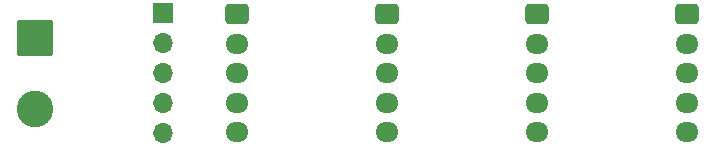
<source format=gbr>
%TF.GenerationSoftware,KiCad,Pcbnew,(7.0.0-rc2-283-gc53ce01b89)*%
%TF.CreationDate,2023-05-01T16:57:45+01:00*%
%TF.ProjectId,4S parallel board,34532070-6172-4616-9c6c-656c20626f61,rev?*%
%TF.SameCoordinates,Original*%
%TF.FileFunction,Soldermask,Bot*%
%TF.FilePolarity,Negative*%
%FSLAX46Y46*%
G04 Gerber Fmt 4.6, Leading zero omitted, Abs format (unit mm)*
G04 Created by KiCad (PCBNEW (7.0.0-rc2-283-gc53ce01b89)) date 2023-05-01 16:57:45*
%MOMM*%
%LPD*%
G01*
G04 APERTURE LIST*
G04 Aperture macros list*
%AMRoundRect*
0 Rectangle with rounded corners*
0 $1 Rounding radius*
0 $2 $3 $4 $5 $6 $7 $8 $9 X,Y pos of 4 corners*
0 Add a 4 corners polygon primitive as box body*
4,1,4,$2,$3,$4,$5,$6,$7,$8,$9,$2,$3,0*
0 Add four circle primitives for the rounded corners*
1,1,$1+$1,$2,$3*
1,1,$1+$1,$4,$5*
1,1,$1+$1,$6,$7*
1,1,$1+$1,$8,$9*
0 Add four rect primitives between the rounded corners*
20,1,$1+$1,$2,$3,$4,$5,0*
20,1,$1+$1,$4,$5,$6,$7,0*
20,1,$1+$1,$6,$7,$8,$9,0*
20,1,$1+$1,$8,$9,$2,$3,0*%
G04 Aperture macros list end*
%ADD10RoundRect,0.249999X-1.300001X1.300001X-1.300001X-1.300001X1.300001X-1.300001X1.300001X1.300001X0*%
%ADD11C,3.100000*%
%ADD12R,1.700000X1.700000*%
%ADD13O,1.700000X1.700000*%
%ADD14O,1.950000X1.700000*%
%ADD15RoundRect,0.250000X-0.725000X0.600000X-0.725000X-0.600000X0.725000X-0.600000X0.725000X0.600000X0*%
G04 APERTURE END LIST*
D10*
%TO.C,J1*%
X99805000Y-120110000D03*
D11*
X99805000Y-126110000D03*
%TD*%
D12*
%TO.C,J6*%
X110599999Y-118034999D03*
D13*
X110599999Y-120574999D03*
X110599999Y-123114999D03*
X110599999Y-125654999D03*
X110599999Y-128194999D03*
%TD*%
D14*
%TO.C,J2*%
X116839999Y-128109999D03*
X116839999Y-125609999D03*
X116839999Y-123109999D03*
X116839999Y-120609999D03*
D15*
X116840000Y-118110000D03*
%TD*%
D14*
%TO.C,J12*%
X154939999Y-128109999D03*
X154939999Y-125609999D03*
X154939999Y-123109999D03*
X154939999Y-120609999D03*
D15*
X154940000Y-118110000D03*
%TD*%
%TO.C,J9*%
X142240000Y-118110000D03*
D14*
X142239999Y-120609999D03*
X142239999Y-123109999D03*
X142239999Y-125609999D03*
X142239999Y-128109999D03*
%TD*%
D15*
%TO.C,J3*%
X129540000Y-118110000D03*
D14*
X129539999Y-120609999D03*
X129539999Y-123109999D03*
X129539999Y-125609999D03*
X129539999Y-128109999D03*
%TD*%
M02*

</source>
